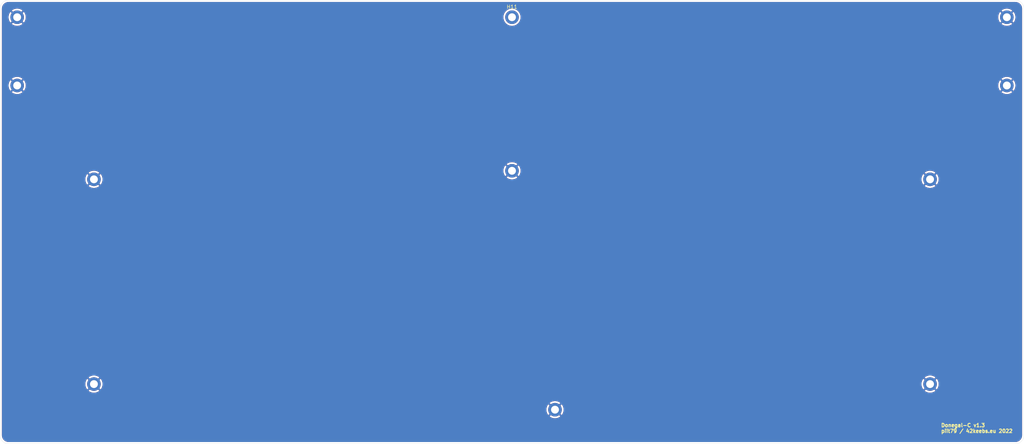
<source format=kicad_pcb>
(kicad_pcb (version 20211014) (generator pcbnew)
  (layers (0 "F.Cu" signal) (31 "B.Cu" signal) (34 "B.Paste" user) (35 "F.Paste" user) (36 "B.SilkS" user "B.Silkscreen") (37 "F.SilkS" user "F.Silkscreen") (38 "B.Mask" user) (39 "F.Mask" user) (44 "Edge.Cuts" user))
  (net 0 "")
  (net 1 "GND")
  (footprint "MountingHole:MountingHole_2.2mm_M2_DIN965_Pad" (layer "F.Cu") (at 210.5425 137.469)
    (fp_text reference "H9")
    (fp_text value "MountingHole_Pad" hide)
    (pad "1" thru_hole circle locked (at 0 0) (size 3.8 3.8) (drill 2.2) (layers *.Cu *.Mask) (net 1 "GND"))
  )
  (footprint "MountingHole:MountingHole_2.2mm_M2_DIN965_Pad" (layer "F.Cu") (at 93.86125 139.85025)
    (fp_text reference "H10")
    (fp_text value "MountingHole_Pad" hide)
    (pad "1" thru_hole circle locked (at 0 0) (size 3.8 3.8) (drill 2.2) (layers *.Cu *.Mask) (net 1 "GND"))
  )
  (footprint "MountingHole:MountingHole_2.2mm_M2_DIN965_Pad" (layer "F.Cu") (at 327.22375 139.85025)
    (fp_text reference "H8")
    (fp_text value "MountingHole_Pad" hide)
    (pad "1" thru_hole circle locked (at 0 0) (size 3.8 3.8) (drill 2.2) (layers *.Cu *.Mask) (net 1 "GND"))
  )
  (footprint "MountingHole:MountingHole_2.2mm_M2_DIN965_Pad" (layer "F.Cu") (at 222.5425 204.144)
    (fp_text reference "H7")
    (fp_text value "MountingHole_Pad" hide)
    (pad "1" thru_hole circle locked (at 0 0) (size 3.8 3.8) (drill 2.2) (layers *.Cu *.Mask) (net 1 "GND"))
  )
  (footprint "MountingHole:MountingHole_2.2mm_M2_DIN965_Pad" (layer "F.Cu") (at 327.22375 197.00025)
    (fp_text reference "H6")
    (fp_text value "MountingHole_Pad" hide)
    (pad "1" thru_hole circle locked (at 0 0) (size 3.8 3.8) (drill 2.2) (layers *.Cu *.Mask) (net 1 "GND"))
  )
  (footprint "MountingHole:MountingHole_2.2mm_M2_DIN965_Pad" (layer "F.Cu") (at 93.86125 197.00025)
    (fp_text reference "H5")
    (fp_text value "MountingHole_Pad" hide)
    (pad "1" thru_hole circle locked (at 0 0) (size 3.8 3.8) (drill 2.2) (layers *.Cu *.Mask) (net 1 "GND"))
  )
  (footprint "MountingHole:MountingHole_2.2mm_M2_DIN965_Pad" (layer "F.Cu") (at 72.43 113.6565)
    (fp_text reference "H3")
    (fp_text value "MountingHole_Pad" hide)
    (pad "1" thru_hole circle locked (at 0 0) (size 3.8 3.8) (drill 2.2) (layers *.Cu *.Mask) (net 1 "GND"))
  )
  (footprint "MountingHole:MountingHole_2.2mm_M2_DIN965_Pad" (layer "F.Cu") (at 348.655 94.6065)
    (fp_text reference "H2")
    (fp_text value "MountingHole_Pad" hide)
    (pad "1" thru_hole circle locked (at 0 0) (size 3.8 3.8) (drill 2.2) (layers *.Cu *.Mask) (net 1 "GND"))
  )
  (footprint "MountingHole:MountingHole_2.2mm_M2_DIN965_Pad" (layer "F.Cu") (at 72.43 94.6065)
    (fp_text reference "H1")
    (fp_text value "MountingHole_Pad" hide)
    (pad "1" thru_hole circle locked (at 0 0) (size 3.8 3.8) (drill 2.2) (layers *.Cu *.Mask) (net 1 "GND"))
  )
  (footprint "MountingHole:MountingHole_2.2mm_M2_DIN965_Pad" (layer "F.Cu") (at 348.655 113.6565)
    (fp_text reference "H4")
    (fp_text value "MountingHole_Pad" hide)
    (pad "1" thru_hole circle locked (at 0 0) (size 3.8 3.8) (drill 2.2) (layers *.Cu *.Mask) (net 1 "GND"))
  )
  (footprint "MountingHole:MountingHole_2.2mm_M2_DIN965_Pad" (layer "F.Cu") (at 210.5425 94.6065)
    (fp_text reference "H11" (at 0 -2.9) (layer "F.SilkS"))
    (fp_text value "MountingHole")
    (pad "1" thru_hole circle (at 0 0) (size 3.8 3.8) (drill 2.2) (layers *.Cu *.Mask))
  )
  (gr_arc (start 351.03625 89.844) (mid 352.720048 90.541452) (end 353.4175 92.22525) (layer "Edge.Cuts") (width 0.05))
  (gr_arc (start 70.04875 213.669) (mid 68.364952 212.971548) (end 67.6675 211.28775) (layer "Edge.Cuts") (width 0.05))
  (gr_arc (start 353.4175 211.28775) (mid 352.720048 212.971548) (end 351.03625 213.669) (layer "Edge.Cuts") (width 0.05))
  (gr_line (start 353.4175 92.22525) (end 353.4175 211.28775) (layer "Edge.Cuts") (width 0.05))
  (gr_line (start 67.6675 211.28775) (end 67.6675 92.22525) (layer "Edge.Cuts") (width 0.05))
  (gr_line (start 351.03625 213.669) (end 70.04875 213.669) (layer "Edge.Cuts") (width 0.05))
  (gr_line (start 70.04875 89.844) (end 351.03625 89.844) (layer "Edge.Cuts") (width 0.05))
  (gr_arc (start 67.6675 92.22525) (mid 68.364952 90.541452) (end 70.04875 89.844) (layer "Edge.Cuts") (width 0.05))
  (gr_text "Donegal-C v1.3\npiit79 / 42keebs.eu 2022" (at 330.2 209.3) (layer "F.SilkS") (effects (font (size 1 1) (thickness 0.25)) (justify left)))
  (zone (net 1) (net_name "GND") (layers F&B.Cu) (connect_pads (clearance 0.508)) (min_thickness 0.254) (fill yes (thermal_gap 0.508) (thermal_bridge_width 0.508))
    (polygon (pts (xy 353.45 213.65) (xy 67.65 213.65) (xy 67.65 89.8) (xy 353.45 89.8)))
  )
)
</source>
